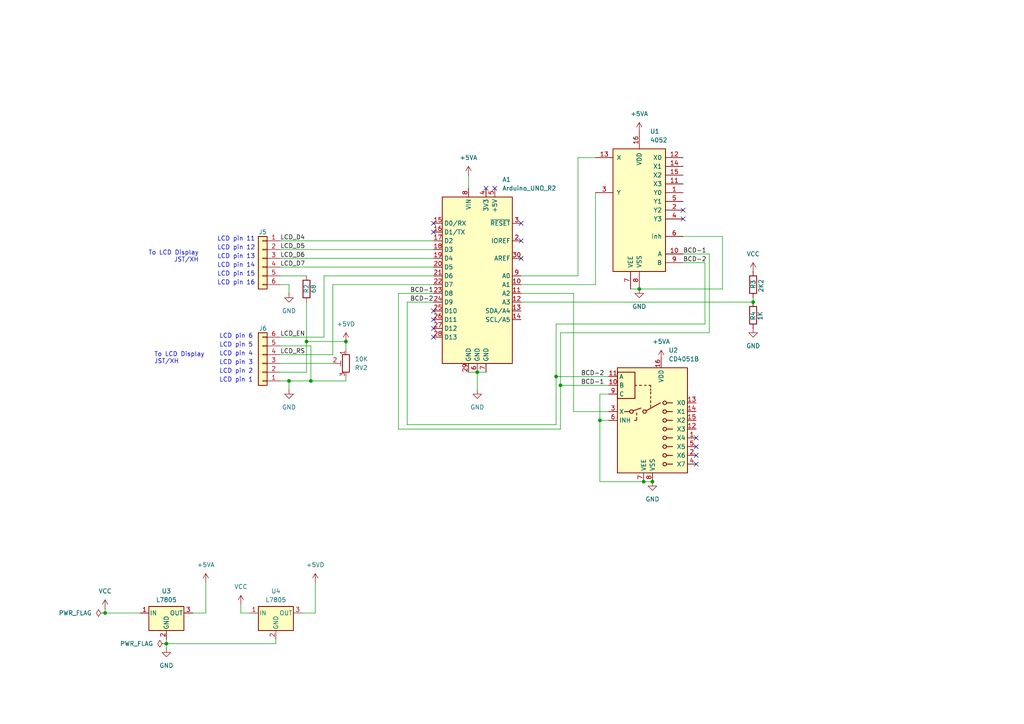
<source format=kicad_sch>
(kicad_sch (version 20250114) (generator "eeschema") (generator_version "9.0")
  (paper "A4")
  (lib_symbols
    (symbol "+5VD_1" (power) (pin_numbers (hide yes)) (pin_names (offset 0) (hide yes))
      (property "Value" "+5VD" (at 0 3.556 0))
      (symbol "+5VD_1_0_1"
        (polyline (pts (xy -0.762 1.27) (xy 0 2.54)))
        (polyline (pts (xy 0 2.54) (xy 0.762 1.27)))
        (polyline (pts (xy 0 0) (xy 0 2.54)))
      )
      (symbol "+5VD_1_1_1"
        (pin power_in line (at 0 0 90) (length 0) (name "~") (number "1"))
      )
    )
    (symbol "4xxx:4052" (pin_names (offset 1.016))
      (property "Reference" "U" (at -7.62 19.05 0))
      (property "Value" "4052" (at -7.62 -19.05 0))
      (symbol "4052_1_0"
        (pin passive line (at -12.7 15.24 0) (length 5.08) (name "X0") (number "12"))
        (pin passive line (at -12.7 12.7 0) (length 5.08) (name "X1") (number "14"))
        (pin passive line (at -12.7 10.16 0) (length 5.08) (name "X2") (number "15"))
        (pin passive line (at -12.7 7.62 0) (length 5.08) (name "X3") (number "11"))
        (pin passive line (at -12.7 5.08 0) (length 5.08) (name "Y0") (number "1"))
        (pin passive line (at -12.7 2.54 0) (length 5.08) (name "Y1") (number "5"))
        (pin passive line (at -12.7 0 0) (length 5.08) (name "Y2") (number "2"))
        (pin passive line (at -12.7 -2.54 0) (length 5.08) (name "Y3") (number "4"))
        (pin input line (at -12.7 -7.62 0) (length 5.08) (name "Inh") (number "6"))
        (pin input line (at -12.7 -12.7 0) (length 5.08) (name "A") (number "10"))
        (pin input line (at -12.7 -15.24 0) (length 5.08) (name "B") (number "9"))
        (pin power_in line (at 0 22.86 270) (length 5.08) (name "VDD") (number "16"))
        (pin power_in line (at 0 -22.86 90) (length 5.08) (name "VSS") (number "8"))
        (pin power_in line (at 2.54 -22.86 90) (length 5.08) (name "VEE") (number "7"))
        (pin passive line (at 12.7 15.24 180) (length 5.08) (name "X") (number "13"))
        (pin passive line (at 12.7 5.08 180) (length 5.08) (name "Y") (number "3"))
      )
      (symbol "4052_1_1"
        (rectangle (start -7.62 17.78) (end 7.62 -17.78) (stroke (width 0.254)) (fill (type background)))
      )
    )
    (symbol "Analog_Switch:CD4051B"
      (property "Reference" "U" (at -10.16 16.51 0))
      (property "Value" "CD4051B" (at 3.81 16.51 0))
      (symbol "CD4051B_0_1"
        (rectangle (start -10.16 15.24) (end 10.16 -15.24) (stroke (width 0.254)) (fill (type background)))
        (rectangle (start -10.16 6.35) (end -5.08 13.97) (stroke (width 0.254)))
        (polyline (pts (xy -8.128 2.54) (xy -6.604 2.54)) (stroke (width 0.254)))
        (circle (center -6.096 2.54) (radius 0.508) (stroke (width 0.254)))
        (polyline (pts (xy -5.588 2.794) (xy -3.302 3.556)) (stroke (width 0.254)))
        (polyline (pts (xy -4.572 10.16) (xy -5.08 10.16)) (stroke (width 0.254)))
        (polyline (pts (xy -4.572 1.524) (xy -4.572 2.159)) (stroke (width 0.254)))
        (polyline (pts (xy -4.572 0.254) (xy -4.572 0.889)) (stroke (width 0.254)))
        (polyline (pts (xy -4.572 0) (xy -5.207 0)) (stroke (width 0.254)))
        (polyline (pts (xy -3.81 10.16) (xy -3.175 10.16)) (stroke (width 0.254)))
        (circle (center -2.286 2.54) (radius 0.508) (stroke (width 0.254)))
        (polyline (pts (xy -1.778 10.16) (xy -2.286 10.16)) (stroke (width 0.254)))
        (polyline (pts (xy -1.778 2.794) (xy 2.286 5.08)) (stroke (width 0.254)))
        (polyline (pts (xy -0.508 10.16) (xy -1.016 10.16)) (stroke (width 0.254)))
        (polyline (pts (xy -0.508 9.652) (xy -0.508 10.16)) (stroke (width 0.254)))
        (polyline (pts (xy -0.508 8.636) (xy -0.508 9.144)) (stroke (width 0.254)))
        (polyline (pts (xy -0.508 7.62) (xy -0.508 8.255)) (stroke (width 0.254)))
        (polyline (pts (xy -0.508 6.35) (xy -0.508 6.985)) (stroke (width 0.254)))
        (polyline (pts (xy -0.508 5.08) (xy -0.508 5.715)) (stroke (width 0.254)))
        (polyline (pts (xy -0.508 3.81) (xy -0.508 4.445)) (stroke (width 0.254)))
        (circle (center 3.556 5.08) (radius 0.508) (stroke (width 0.254)))
        (circle (center 3.556 2.54) (radius 0.508) (stroke (width 0.254)))
        (circle (center 3.556 0) (radius 0.508) (stroke (width 0.254)))
        (circle (center 3.556 -2.54) (radius 0.508) (stroke (width 0.254)))
        (circle (center 3.556 -5.08) (radius 0.508) (stroke (width 0.254)))
        (circle (center 3.556 -7.62) (radius 0.508) (stroke (width 0.254)))
        (circle (center 3.556 -10.16) (radius 0.508) (stroke (width 0.254)))
        (circle (center 3.556 -12.7) (radius 0.508) (stroke (width 0.254)))
        (polyline (pts (xy 4.064 5.08) (xy 5.842 5.08)) (stroke (width 0.254)))
        (polyline (pts (xy 4.064 2.54) (xy 5.842 2.54)) (stroke (width 0.254)))
        (polyline (pts (xy 4.064 0) (xy 5.842 0)) (stroke (width 0.254)))
        (polyline (pts (xy 4.064 -2.54) (xy 5.842 -2.54)) (stroke (width 0.254)))
        (polyline (pts (xy 4.064 -5.08) (xy 5.842 -5.08)) (stroke (width 0.254)))
        (polyline (pts (xy 4.064 -7.62) (xy 5.842 -7.62)) (stroke (width 0.254)))
        (polyline (pts (xy 4.064 -10.16) (xy 5.842 -10.16)) (stroke (width 0.254)))
        (polyline (pts (xy 4.064 -12.7) (xy 5.842 -12.7)) (stroke (width 0.254)))
      )
      (symbol "CD4051B_1_1"
        (pin input line (at -12.7 12.7 0) (length 2.54) (name "A") (number "11"))
        (pin input line (at -12.7 10.16 0) (length 2.54) (name "B") (number "10"))
        (pin input line (at -12.7 7.62 0) (length 2.54) (name "C") (number "9"))
        (pin bidirectional line (at -12.7 2.54 0) (length 2.54) (name "X") (number "3"))
        (pin input line (at -12.7 0 0) (length 2.54) (name "INH") (number "6"))
        (pin power_in line (at -2.54 -17.78 90) (length 2.54) (name "VEE") (number "7"))
        (pin power_in line (at 0 -17.78 90) (length 2.54) (name "VSS") (number "8"))
        (pin power_in line (at 2.54 17.78 270) (length 2.54) (name "VDD") (number "16"))
        (pin bidirectional line (at 12.7 5.08 180) (length 2.54) (name "X0") (number "13"))
        (pin bidirectional line (at 12.7 2.54 180) (length 2.54) (name "X1") (number "14"))
        (pin bidirectional line (at 12.7 0 180) (length 2.54) (name "X2") (number "15"))
        (pin bidirectional line (at 12.7 -2.54 180) (length 2.54) (name "X3") (number "12"))
        (pin bidirectional line (at 12.7 -5.08 180) (length 2.54) (name "X4") (number "1"))
        (pin bidirectional line (at 12.7 -7.62 180) (length 2.54) (name "X5") (number "5"))
        (pin bidirectional line (at 12.7 -10.16 180) (length 2.54) (name "X6") (number "2"))
        (pin bidirectional line (at 12.7 -12.7 180) (length 2.54) (name "X7") (number "4"))
      )
    )
    (symbol "Connector_Generic:Conn_01x06" (pin_names (offset 1.016) (hide yes))
      (property "Reference" "J" (at 0 7.62 0))
      (property "Value" "Conn_01x06" (at 0 -10.16 0))
      (symbol "Conn_01x06_1_1"
        (rectangle (start -1.27 6.35) (end 1.27 -8.89) (stroke (width 0.254)) (fill (type background)))
        (rectangle (start -1.27 5.207) (end 0 4.953) (stroke (width 0.1524)))
        (rectangle (start -1.27 2.667) (end 0 2.413) (stroke (width 0.1524)))
        (rectangle (start -1.27 0.127) (end 0 -0.127) (stroke (width 0.1524)))
        (rectangle (start -1.27 -2.413) (end 0 -2.667) (stroke (width 0.1524)))
        (rectangle (start -1.27 -4.953) (end 0 -5.207) (stroke (width 0.1524)))
        (rectangle (start -1.27 -7.493) (end 0 -7.747) (stroke (width 0.1524)))
        (pin passive line (at -5.08 5.08 0) (length 3.81) (name "Pin_1") (number "1"))
        (pin passive line (at -5.08 2.54 0) (length 3.81) (name "Pin_2") (number "2"))
        (pin passive line (at -5.08 0 0) (length 3.81) (name "Pin_3") (number "3"))
        (pin passive line (at -5.08 -2.54 0) (length 3.81) (name "Pin_4") (number "4"))
        (pin passive line (at -5.08 -5.08 0) (length 3.81) (name "Pin_5") (number "5"))
        (pin passive line (at -5.08 -7.62 0) (length 3.81) (name "Pin_6") (number "6"))
      )
    )
    (symbol "Device:R" (pin_numbers (hide yes)) (pin_names (offset 0))
      (property "Reference" "R" (at 2.032 0 90))
      (property "Value" "R" (at 0 0 90))
      (symbol "R_0_1"
        (rectangle (start -1.016 -2.54) (end 1.016 2.54) (stroke (width 0.254)))
      )
      (symbol "R_1_1"
        (pin passive line (at 0 3.81 270) (length 1.27) (name "~") (number "1"))
        (pin passive line (at 0 -3.81 90) (length 1.27) (name "~") (number "2"))
      )
    )
    (symbol "Device:R_Potentiometer_Trim" (pin_names (offset 1.016) (hide yes))
      (property "Reference" "RV" (at -4.445 0 90))
      (property "Value" "R_Potentiometer_Trim" (at -2.54 0 90))
      (symbol "R_Potentiometer_Trim_0_1"
        (rectangle (start 1.016 2.54) (end -1.016 -2.54) (stroke (width 0.254)))
        (polyline (pts (xy 1.524 0.762) (xy 1.524 -0.762)))
        (polyline (pts (xy 2.54 0) (xy 1.524 0)))
      )
      (symbol "R_Potentiometer_Trim_1_1"
        (pin passive line (at 0 3.81 270) (length 1.27) (name "1") (number "1"))
        (pin passive line (at 0 -3.81 90) (length 1.27) (name "3") (number "3"))
        (pin passive line (at 3.81 0 180) (length 1.27) (name "2") (number "2"))
      )
    )
    (symbol "MCU_Module:Arduino_UNO_R2"
      (property "Reference" "A" (at -10.16 23.495 0))
      (property "Value" "Arduino_UNO_R2" (at 5.08 -26.67 0))
      (symbol "Arduino_UNO_R2_0_1"
        (rectangle (start -10.16 22.86) (end 10.16 -25.4) (stroke (width 0.254)) (fill (type background)))
      )
      (symbol "Arduino_UNO_R2_1_1"
        (pin bidirectional line (at -12.7 15.24 0) (length 2.54) (name "D0/RX") (number "15"))
        (pin bidirectional line (at -12.7 12.7 0) (length 2.54) (name "D1/TX") (number "16"))
        (pin bidirectional line (at -12.7 10.16 0) (length 2.54) (name "D2") (number "17"))
        (pin bidirectional line (at -12.7 7.62 0) (length 2.54) (name "D3") (number "18"))
        (pin bidirectional line (at -12.7 5.08 0) (length 2.54) (name "D4") (number "19"))
        (pin bidirectional line (at -12.7 2.54 0) (length 2.54) (name "D5") (number "20"))
        (pin bidirectional line (at -12.7 0 0) (length 2.54) (name "D6") (number "21"))
        (pin bidirectional line (at -12.7 -2.54 0) (length 2.54) (name "D7") (number "22"))
        (pin bidirectional line (at -12.7 -5.08 0) (length 2.54) (name "D8") (number "23"))
        (pin bidirectional line (at -12.7 -7.62 0) (length 2.54) (name "D9") (number "24"))
        (pin bidirectional line (at -12.7 -10.16 0) (length 2.54) (name "D10") (number "25"))
        (pin bidirectional line (at -12.7 -12.7 0) (length 2.54) (name "D11") (number "26"))
        (pin bidirectional line (at -12.7 -15.24 0) (length 2.54) (name "D12") (number "27"))
        (pin bidirectional line (at -12.7 -17.78 0) (length 2.54) (name "D13") (number "28"))
        (pin no_connect line (at -10.16 -20.32 0) (length 2.54) (hide yes) (name "NC") (number "1"))
        (pin power_in line (at -2.54 25.4 270) (length 2.54) (name "VIN") (number "8"))
        (pin power_in line (at -2.54 -27.94 90) (length 2.54) (name "GND") (number "29"))
        (pin power_in line (at 0 -27.94 90) (length 2.54) (name "GND") (number "6"))
        (pin power_out line (at 2.54 25.4 270) (length 2.54) (name "3V3") (number "4"))
        (pin power_in line (at 2.54 -27.94 90) (length 2.54) (name "GND") (number "7"))
        (pin power_out line (at 5.08 25.4 270) (length 2.54) (name "+5V") (number "5"))
        (pin input line (at 12.7 15.24 180) (length 2.54) (name "~{RESET}") (number "3"))
        (pin output line (at 12.7 10.16 180) (length 2.54) (name "IOREF") (number "2"))
        (pin input line (at 12.7 5.08 180) (length 2.54) (name "AREF") (number "30"))
        (pin bidirectional line (at 12.7 0 180) (length 2.54) (name "A0") (number "9"))
        (pin bidirectional line (at 12.7 -2.54 180) (length 2.54) (name "A1") (number "10"))
        (pin bidirectional line (at 12.7 -5.08 180) (length 2.54) (name "A2") (number "11"))
        (pin bidirectional line (at 12.7 -7.62 180) (length 2.54) (name "A3") (number "12"))
        (pin bidirectional line (at 12.7 -10.16 180) (length 2.54) (name "SDA/A4") (number "13"))
        (pin bidirectional line (at 12.7 -12.7 180) (length 2.54) (name "SCL/A5") (number "14"))
      )
    )
    (symbol "Regulator_Linear:L7805" (pin_names (offset 0.254))
      (property "Reference" "U" (at -3.81 3.175 0))
      (property "Value" "L7805" (at 0 3.175 0))
      (symbol "L7805_0_1"
        (rectangle (start -5.08 1.905) (end 5.08 -5.08) (stroke (width 0.254)) (fill (type background)))
      )
      (symbol "L7805_1_1"
        (pin power_in line (at -7.62 0 0) (length 2.54) (name "IN") (number "1"))
        (pin power_in line (at 0 -7.62 90) (length 2.54) (name "GND") (number "2"))
        (pin power_out line (at 7.62 0 180) (length 2.54) (name "OUT") (number "3"))
      )
    )
    (symbol "power:+5VA" (power) (pin_numbers (hide yes)) (pin_names (offset 0) (hide yes))
      (property "Value" "+5VA" (at 0 3.556 0))
      (symbol "+5VA_0_1"
        (polyline (pts (xy -0.762 1.27) (xy 0 2.54)))
        (polyline (pts (xy 0 2.54) (xy 0.762 1.27)))
        (polyline (pts (xy 0 0) (xy 0 2.54)))
      )
      (symbol "+5VA_1_1"
        (pin power_in line (at 0 0 90) (length 0) (name "~") (number "1"))
      )
    )
    (symbol "power:GND" (power) (pin_numbers (hide yes)) (pin_names (offset 0) (hide yes))
      (property "Value" "GND" (at 0 -3.81 0))
      (symbol "GND_0_1"
        (polyline (pts (xy 0 0) (xy 0 -1.27) (xy 1.27 -1.27) (xy 0 -2.54) (xy -1.27 -1.27) (xy 0 -1.27)))
      )
      (symbol "GND_1_1"
        (pin power_in line (at 0 0 270) (length 0) (name "~") (number "1"))
      )
    )
    (symbol "power:PWR_FLAG" (power) (pin_numbers (hide yes)) (pin_names (offset 0) (hide yes))
      (property "Value" "PWR_FLAG" (at 0 3.81 0))
      (symbol "PWR_FLAG_0_0"
        (pin power_out line (at 0 0 90) (length 0) (name "~") (number "1"))
      )
      (symbol "PWR_FLAG_0_1"
        (polyline (pts (xy 0 0) (xy 0 1.27) (xy -1.016 1.905) (xy 0 2.54) (xy 1.016 1.905) (xy 0 1.27)))
      )
    )
    (symbol "power:VCC" (power) (pin_numbers (hide yes)) (pin_names (offset 0) (hide yes))
      (property "Value" "VCC" (at 0 3.556 0))
      (symbol "VCC_0_1"
        (polyline (pts (xy -0.762 1.27) (xy 0 2.54)))
        (polyline (pts (xy 0 2.54) (xy 0.762 1.27)))
        (polyline (pts (xy 0 0) (xy 0 2.54)))
      )
      (symbol "VCC_1_1"
        (pin power_in line (at 0 0 90) (length 0) (name "~") (number "1"))
      )
    )
  )
  (text "LCD pin 12" (at 62.992 72.644 0) (effects (font (size 1.27 1.27)) (justify left bottom)))
  (text "LCD pin 6" (at 73.406 98.298 0) (effects (font (size 1.27 1.27)) (justify right bottom)))
  (text "To LCD Display\nJST/XH" (at 44.704 105.664 0) (effects (font (size 1.27 1.27)) (justify left bottom)))
  (text "LCD pin 16" (at 62.992 82.804 0) (effects (font (size 1.27 1.27)) (justify left bottom)))
  (text "LCD pin 3" (at 73.406 105.918 0) (effects (font (size 1.27 1.27)) (justify right bottom)))
  (text "LCD pin 1" (at 73.406 110.998 0) (effects (font (size 1.27 1.27)) (justify right bottom)))
  (text "LCD pin 5" (at 73.406 100.838 0) (effects (font (size 1.27 1.27)) (justify right bottom)))
  (text "LCD pin 11" (at 62.992 70.104 0) (effects (font (size 1.27 1.27)) (justify left bottom)))
  (text "LCD pin 13" (at 62.992 75.184 0) (effects (font (size 1.27 1.27)) (justify left bottom)))
  (text "LCD pin 2" (at 73.406 108.458 0) (effects (font (size 1.27 1.27)) (justify right bottom)))
  (text "LCD pin 4" (at 73.406 103.378 0) (effects (font (size 1.27 1.27)) (justify right bottom)))
  (text "LCD pin 14" (at 62.992 77.724 0) (effects (font (size 1.27 1.27)) (justify left bottom)))
  (text "LCD pin 15" (at 62.992 80.264 0) (effects (font (size 1.27 1.27)) (justify left bottom)))
  (text "To LCD Display\nJST/XH" (at 57.658 76.2 0) (effects (font (size 1.27 1.27)) (justify right bottom)))
  (junction (at 83.82 110.49))
  (junction (at 138.43 107.95))
  (junction (at 218.44 87.63))
  (junction (at 88.9 99.06))
  (junction (at 189.23 139.7))
  (junction (at 173.99 121.92))
  (junction (at 100.33 99.06))
  (junction (at 161.29 109.22))
  (junction (at 30.48 177.8))
  (junction (at 186.69 139.7))
  (junction (at 185.42 83.82))
  (junction (at 90.17 110.49))
  (junction (at 162.56 111.76))
  (junction (at 48.26 186.69))
  (no_connect (at 125.73 97.79))
  (no_connect (at 143.51 54.61))
  (no_connect (at 151.13 64.77))
  (no_connect (at 125.73 95.25))
  (no_connect (at 201.93 132.08))
  (no_connect (at 125.73 64.77))
  (no_connect (at 198.12 60.96))
  (no_connect (at 198.12 63.5))
  (no_connect (at 125.73 92.71))
  (no_connect (at 201.93 127))
  (no_connect (at 201.93 134.62))
  (no_connect (at 140.97 54.61))
  (no_connect (at 201.93 129.54))
  (no_connect (at 125.73 67.31))
  (no_connect (at 151.13 74.93))
  (no_connect (at 151.13 69.85))
  (no_connect (at 125.73 90.17))
  (wire (pts (xy 100.33 110.49) (xy 100.33 109.22)))
  (wire (pts (xy 204.47 93.98) (xy 161.29 93.98)))
  (wire (pts (xy 173.99 139.7) (xy 186.69 139.7)))
  (wire (pts (xy 162.56 96.52) (xy 162.56 111.76)))
  (wire (pts (xy 151.13 85.09) (xy 166.37 85.09)))
  (wire (pts (xy 69.85 175.26) (xy 69.85 177.8)))
  (wire (pts (xy 88.9 99.06) (xy 100.33 99.06)))
  (wire (pts (xy 198.12 76.2) (xy 204.47 76.2)))
  (wire (pts (xy 167.64 45.72) (xy 167.64 80.01)))
  (wire (pts (xy 218.44 86.36) (xy 218.44 87.63)))
  (wire (pts (xy 182.88 83.82) (xy 185.42 83.82)))
  (wire (pts (xy 81.28 102.87) (xy 96.52 102.87)))
  (wire (pts (xy 138.43 107.95) (xy 138.43 113.03)))
  (wire (pts (xy 91.44 177.8) (xy 87.63 177.8)))
  (wire (pts (xy 81.28 107.95) (xy 88.9 107.95)))
  (wire (pts (xy 151.13 80.01) (xy 167.64 80.01)))
  (wire (pts (xy 30.48 176.53) (xy 30.48 177.8)))
  (wire (pts (xy 205.74 73.66) (xy 205.74 96.52)))
  (wire (pts (xy 125.73 85.09) (xy 115.57 85.09)))
  (wire (pts (xy 96.52 82.55) (xy 125.73 82.55)))
  (wire (pts (xy 90.17 110.49) (xy 100.33 110.49)))
  (wire (pts (xy 161.29 109.22) (xy 161.29 123.19)))
  (wire (pts (xy 83.82 82.55) (xy 83.82 85.09)))
  (wire (pts (xy 81.28 80.01) (xy 88.9 80.01)))
  (wire (pts (xy 162.56 111.76) (xy 176.53 111.76)))
  (wire (pts (xy 172.72 45.72) (xy 167.64 45.72)))
  (wire (pts (xy 166.37 119.38) (xy 176.53 119.38)))
  (wire (pts (xy 90.17 100.33) (xy 90.17 110.49)))
  (wire (pts (xy 151.13 87.63) (xy 218.44 87.63)))
  (wire (pts (xy 173.99 114.3) (xy 173.99 121.92)))
  (wire (pts (xy 81.28 110.49) (xy 83.82 110.49)))
  (wire (pts (xy 83.82 110.49) (xy 83.82 113.03)))
  (wire (pts (xy 135.89 50.8) (xy 135.89 54.61)))
  (wire (pts (xy 198.12 68.58) (xy 209.55 68.58)))
  (wire (pts (xy 205.74 96.52) (xy 162.56 96.52)))
  (wire (pts (xy 198.12 73.66) (xy 205.74 73.66)))
  (wire (pts (xy 48.26 185.42) (xy 48.26 186.69)))
  (wire (pts (xy 151.13 82.55) (xy 172.72 82.55)))
  (wire (pts (xy 81.28 72.39) (xy 125.73 72.39)))
  (wire (pts (xy 81.28 69.85) (xy 125.73 69.85)))
  (wire (pts (xy 81.28 82.55) (xy 83.82 82.55)))
  (wire (pts (xy 69.85 177.8) (xy 72.39 177.8)))
  (wire (pts (xy 209.55 68.58) (xy 209.55 83.82)))
  (wire (pts (xy 166.37 85.09) (xy 166.37 119.38)))
  (wire (pts (xy 88.9 107.95) (xy 88.9 99.06)))
  (wire (pts (xy 59.69 168.91) (xy 59.69 177.8)))
  (wire (pts (xy 176.53 109.22) (xy 161.29 109.22)))
  (wire (pts (xy 81.28 100.33) (xy 90.17 100.33)))
  (wire (pts (xy 135.89 107.95) (xy 138.43 107.95)))
  (wire (pts (xy 90.17 110.49) (xy 83.82 110.49)))
  (wire (pts (xy 81.28 74.93) (xy 125.73 74.93)))
  (wire (pts (xy 81.28 97.79) (xy 93.98 97.79)))
  (wire (pts (xy 176.53 114.3) (xy 173.99 114.3)))
  (wire (pts (xy 100.33 99.06) (xy 100.33 101.6)))
  (wire (pts (xy 48.26 186.69) (xy 48.26 187.96)))
  (wire (pts (xy 93.98 80.01) (xy 125.73 80.01)))
  (wire (pts (xy 81.28 77.47) (xy 125.73 77.47)))
  (wire (pts (xy 161.29 123.19) (xy 118.11 123.19)))
  (wire (pts (xy 59.69 177.8) (xy 55.88 177.8)))
  (wire (pts (xy 80.01 186.69) (xy 80.01 185.42)))
  (wire (pts (xy 91.44 168.91) (xy 91.44 177.8)))
  (wire (pts (xy 186.69 139.7) (xy 189.23 139.7)))
  (wire (pts (xy 173.99 121.92) (xy 176.53 121.92)))
  (wire (pts (xy 115.57 124.46) (xy 162.56 124.46)))
  (wire (pts (xy 118.11 87.63) (xy 125.73 87.63)))
  (wire (pts (xy 118.11 123.19) (xy 118.11 87.63)))
  (wire (pts (xy 48.26 186.69) (xy 80.01 186.69)))
  (wire (pts (xy 138.43 107.95) (xy 140.97 107.95)))
  (wire (pts (xy 93.98 97.79) (xy 93.98 80.01)))
  (wire (pts (xy 115.57 85.09) (xy 115.57 124.46)))
  (wire (pts (xy 162.56 124.46) (xy 162.56 111.76)))
  (wire (pts (xy 30.48 177.8) (xy 40.64 177.8)))
  (wire (pts (xy 204.47 76.2) (xy 204.47 93.98)))
  (wire (pts (xy 173.99 121.92) (xy 173.99 139.7)))
  (wire (pts (xy 88.9 99.06) (xy 88.9 87.63)))
  (wire (pts (xy 185.42 83.82) (xy 209.55 83.82)))
  (wire (pts (xy 96.52 102.87) (xy 96.52 82.55)))
  (wire (pts (xy 172.72 55.88) (xy 172.72 82.55)))
  (wire (pts (xy 81.28 105.41) (xy 96.52 105.41)))
  (wire (pts (xy 161.29 93.98) (xy 161.29 109.22)))
  (label "LCD_D4" (at 81.28 69.85 0))
  (label "BCD-1" (at 175.26 111.76 180))
  (label "LCD_EN" (at 81.28 97.79 0))
  (label "LCD_D7" (at 81.28 77.47 0))
  (label "BCD-2" (at 198.12 76.2 0))
  (label "LCD_RS" (at 81.28 102.87 0))
  (label "BCD-1" (at 198.12 73.66 0))
  (label "BCD-2" (at 125.73 87.63 180))
  (label "BCD-1" (at 125.73 85.09 180))
  (label "BCD-2" (at 175.26 109.22 180))
  (label "LCD_D6" (at 81.28 74.93 0))
  (label "LCD_D5" (at 81.28 72.39 0))
  (symbol (lib_id "power:GND") (at 189.23 139.7 0) (unit 1)
    (property "Reference" "#PWR014" (effects (hide yes)))
    (property "Value" "GND" (at 189.23 144.78 0))
    (property "Description" "Power symbol creates a global label with name \"GND\" , ground" (effects (hide yes)))
  )
  (symbol (lib_id "power:GND") (at 185.42 83.82 0) (unit 1)
    (property "Reference" "#PWR015" (effects (hide yes)))
    (property "Value" "GND" (at 185.42 88.9 0))
    (property "Description" "Power symbol creates a global label with name \"GND\" , ground" (effects (hide yes)))
  )
  (symbol (lib_id "power:+5VA") (at 59.69 168.91 0) (unit 1)
    (property "Reference" "#PWR08" (effects (hide yes)))
    (property "Value" "+5VA" (at 59.69 163.83 0))
    (property "Description" "Power symbol creates a global label with name \"+5VA\"" (effects (hide yes)))
  )
  (symbol (lib_id "power:PWR_FLAG") (at 30.48 177.8 90) (unit 1)
    (property "Reference" "#FLG03" (effects (hide yes)))
    (property "Value" "PWR_FLAG" (at 26.67 177.7999 90) (effects (justify left)))
    (property "Description" "Special symbol for telling ERC where power comes from" (effects (hide yes)))
  )
  (symbol (lib_id "Analog_Switch:CD4051B") (at 189.23 121.92 0) (unit 1)
    (property "Reference" "U2" (at 193.9133 101.6 0) (effects (justify left)))
    (property "Value" "CD4051B" (at 193.9133 104.14 0) (effects (justify left)))
    (property "Datasheet" "http://www.ti.com/lit/ds/symlink/cd4052b.pdf" (effects (hide yes)))
    (property "Description" "CMOS single 8-channel analog multiplexer demultiplexer, TSSOP-16/DIP-16/SOIC-16" (effects (hide yes)))
  )
  (symbol (lib_id "power:VCC") (at 218.44 78.74 0) (unit 1)
    (property "Reference" "#PWR018" (effects (hide yes)))
    (property "Value" "VCC" (at 218.44 73.66 0))
    (property "Description" "Power symbol creates a global label with name \"VCC\"" (effects (hide yes)))
  )
  (symbol (lib_id "power:VCC") (at 69.85 175.26 0) (unit 1)
    (property "Reference" "#PWR07" (effects (hide yes)))
    (property "Value" "VCC" (at 69.85 170.18 0))
    (property "Description" "Power symbol creates a global label with name \"VCC\"" (effects (hide yes)))
  )
  (symbol (lib_id "power:PWR_FLAG") (at 48.26 186.69 90) (unit 1)
    (property "Reference" "#FLG04" (effects (hide yes)))
    (property "Value" "PWR_FLAG" (at 44.45 186.6899 90) (effects (justify left)))
    (property "Description" "Special symbol for telling ERC where power comes from" (effects (hide yes)))
  )
  (symbol (lib_id "Regulator_Linear:L7805") (at 48.26 177.8 0) (unit 1)
    (property "Reference" "U3" (at 48.26 171.45 0))
    (property "Value" "L7805" (at 48.26 173.99 0))
    (property "Datasheet" "http://www.st.com/content/ccc/resource/technical/document/datasheet/41/4f/b3/b0/12/d4/47/88/CD00000444.pdf/files/CD00000444.pdf/jcr:content/translations/en.CD00000444.pdf" (effects (hide yes)))
    (property "Description" "Positive 1.5A 35V Linear Regulator, Fixed Output 5V, TO-220/TO-263/TO-252" (effects (hide yes)))
  )
  (symbol (lib_id "Device:R") (at 218.44 91.44 0) (unit 1)
    (property "Reference" "R4" (at 218.44 92.964 90) (effects (justify left)))
    (property "Value" "1K" (at 220.472 92.964 90) (effects (justify left)))
    (property "Description" "Resistor" (effects (hide yes)))
  )
  (symbol (lib_id "Connector_Generic:Conn_01x06") (at 76.2 105.41 180) (unit 1)
    (property "Reference" "J6" (at 77.47 95.25 0) (effects (justify left)))
    (property "Value" "Conn_01x05" (effects (hide yes)))
    (property "Footprint" "Connector_JST:JST_XH_B6B-XH-A_1x06_P2.50mm_Vertical" (effects (hide yes)))
  )
  (symbol (lib_id "power:+5VA") (at 185.42 38.1 0) (unit 1)
    (property "Reference" "#PWR016" (effects (hide yes)))
    (property "Value" "+5VA" (at 185.42 33.02 0))
    (property "Description" "Power symbol creates a global label with name \"+5VA\"" (effects (hide yes)))
  )
  (symbol (lib_id "power:GND") (at 48.26 187.96 0) (unit 1)
    (property "Reference" "#PWR05" (effects (hide yes)))
    (property "Value" "GND" (at 48.26 193.04 0))
    (property "Description" "Power symbol creates a global label with name \"GND\" , ground" (effects (hide yes)))
  )
  (symbol (lib_id "Regulator_Linear:L7805") (at 80.01 177.8 0) (unit 1)
    (property "Reference" "U4" (at 80.01 171.45 0))
    (property "Value" "L7805" (at 80.01 173.99 0))
    (property "Datasheet" "http://www.st.com/content/ccc/resource/technical/document/datasheet/41/4f/b3/b0/12/d4/47/88/CD00000444.pdf/files/CD00000444.pdf/jcr:content/translations/en.CD00000444.pdf" (effects (hide yes)))
    (property "Description" "Positive 1.5A 35V Linear Regulator, Fixed Output 5V, TO-220/TO-263/TO-252" (effects (hide yes)))
  )
  (symbol (lib_id "power:GND") (at 83.82 113.03 0) (unit 1)
    (property "Reference" "#PWR010" (effects (hide yes)))
    (property "Value" "GND" (at 83.82 118.11 0))
    (property "Description" "Power symbol creates a global label with name \"GND\" , ground" (effects (hide yes)))
  )
  (symbol (lib_name "+5VD_1") (lib_id "power:+5VD") (at 91.44 168.91 0) (unit 1)
    (property "Reference" "#PWR011" (effects (hide yes)))
    (property "Value" "+5VD" (at 91.44 163.83 0))
    (property "Description" "Power symbol creates a global label with name \"+5VD\"" (effects (hide yes)))
  )
  (symbol (lib_id "power:GND") (at 138.43 113.03 0) (unit 1)
    (property "Reference" "#PWR01" (effects (hide yes)))
    (property "Value" "GND" (at 138.43 118.11 0))
    (property "Description" "Power symbol creates a global label with name \"GND\" , ground" (effects (hide yes)))
  )
  (symbol (lib_id "power:GND") (at 218.44 95.25 0) (unit 1)
    (property "Reference" "#PWR019" (effects (hide yes)))
    (property "Value" "GND" (at 218.44 100.33 0))
    (property "Description" "Power symbol creates a global label with name \"GND\" , ground" (effects (hide yes)))
  )
  (symbol (lib_id "MCU_Module:Arduino_UNO_R2") (at 138.43 80.01 0) (unit 1)
    (property "Reference" "A1" (at 145.6533 52.07 0) (effects (justify left)))
    (property "Value" "Arduino_UNO_R2" (at 145.6533 54.61 0) (effects (justify left)))
    (property "Footprint" "Module:Arduino_UNO_R2" (effects (hide yes)))
    (property "Datasheet" "https://www.arduino.cc/en/Main/arduinoBoardUno" (effects (hide yes)))
    (property "Description" "Arduino UNO Microcontroller Module, release 2" (effects (hide yes)))
  )
  (symbol (lib_id "Device:R_Potentiometer_Trim") (at 100.33 105.41 0) (mirror y) (unit 1)
    (property "Reference" "RV2" (at 102.87 106.6801 0) (effects (justify right)))
    (property "Value" "10K" (at 102.87 104.1401 0) (effects (justify right)))
    (property "Footprint" "Potentiometer_THT:Potentiometer_Bourns_3296W_Vertical" (effects (hide yes)))
  )
  (symbol (lib_id "power:VCC") (at 30.48 176.53 0) (unit 1)
    (property "Reference" "#PWR03" (effects (hide yes)))
    (property "Value" "VCC" (at 30.48 171.45 0))
    (property "Description" "Power symbol creates a global label with name \"VCC\"" (effects (hide yes)))
  )
  (symbol (lib_id "4xxx:4052") (at 185.42 60.96 0) (mirror y) (unit 1)
    (property "Reference" "U1" (at 188.5381 38.1 0) (effects (justify right)))
    (property "Value" "4052" (at 188.5381 40.64 0) (effects (justify right)))
    (property "Datasheet" "http://www.intersil.com/content/dam/Intersil/documents/cd40/cd4051bms-52bms-53bms.pdf" (effects (hide yes)))
    (property "Description" "Dual Analog Multiplexer 4 to 1 line" (effects (hide yes)))
  )
  (symbol (lib_id "Device:R") (at 218.44 82.55 0) (unit 1)
    (property "Reference" "R3" (at 218.44 83.82 90) (effects (justify left)))
    (property "Value" "2K2" (at 220.726 84.836 90) (effects (justify left)))
    (property "Description" "Resistor" (effects (hide yes)))
  )
  (symbol (lib_id "Device:R") (at 88.9 83.82 180) (unit 1)
    (property "Reference" "R2" (at 88.9 85.09 90) (effects (justify right)))
    (property "Value" "68" (at 90.932 85.09 90) (effects (justify right)))
    (property "Description" "Resistor" (effects (hide yes)))
  )
  (symbol (lib_id "Connector_Generic:Conn_01x06") (at 76.2 74.93 0) (mirror y) (unit 1)
    (property "Reference" "J5" (at 76.2 67.31 0))
    (property "Value" "Conn_01x06" (effects (hide yes)))
    (property "Footprint" "Connector_JST:JST_XH_B6B-XH-A_1x06_P2.50mm_Vertical" (effects (hide yes)))
  )
  (symbol (lib_id "power:+5VA") (at 135.89 50.8 0) (unit 1)
    (property "Reference" "#PWR013" (effects (hide yes)))
    (property "Value" "+5VA" (at 135.89 45.72 0))
    (property "Description" "Power symbol creates a global label with name \"+5VA\"" (effects (hide yes)))
  )
  (symbol (lib_name "+5VD_1") (lib_id "power:+5VD") (at 100.33 99.06 0) (unit 1)
    (property "Reference" "#PWR012" (effects (hide yes)))
    (property "Value" "+5VD" (at 100.33 93.98 0))
    (property "Description" "Power symbol creates a global label with name \"+5VD\"" (effects (hide yes)))
  )
  (symbol (lib_id "power:GND") (at 83.82 85.09 0) (unit 1)
    (property "Reference" "#PWR09" (effects (hide yes)))
    (property "Value" "GND" (at 83.82 90.17 0))
    (property "Description" "Power symbol creates a global label with name \"GND\" , ground" (effects (hide yes)))
  )
  (symbol (lib_id "power:+5VA") (at 191.77 104.14 0) (unit 1)
    (property "Reference" "#PWR017" (effects (hide yes)))
    (property "Value" "+5VA" (at 191.77 99.06 0))
    (property "Description" "Power symbol creates a global label with name \"+5VA\"" (effects (hide yes)))
  )
)
</source>
